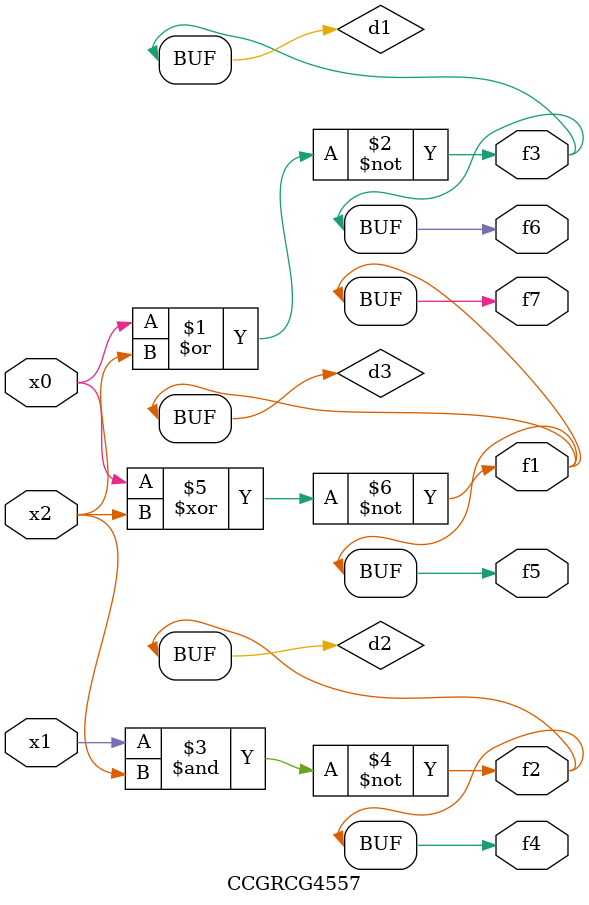
<source format=v>
module CCGRCG4557(
	input x0, x1, x2,
	output f1, f2, f3, f4, f5, f6, f7
);

	wire d1, d2, d3;

	nor (d1, x0, x2);
	nand (d2, x1, x2);
	xnor (d3, x0, x2);
	assign f1 = d3;
	assign f2 = d2;
	assign f3 = d1;
	assign f4 = d2;
	assign f5 = d3;
	assign f6 = d1;
	assign f7 = d3;
endmodule

</source>
